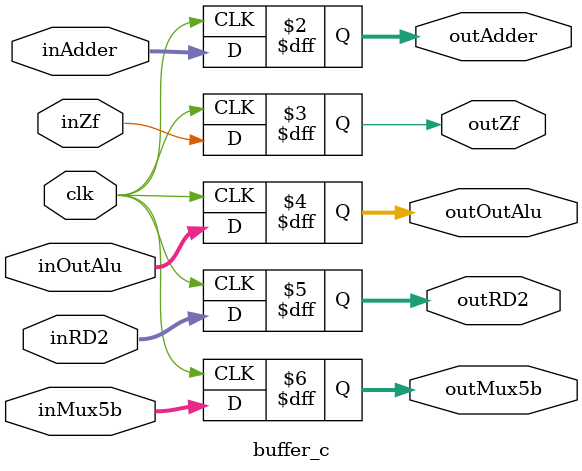
<source format=v>
module buffer_c (
    input clk,
    input [31:0] inAdder,
    input inZf,
    input [31:0] inOutAlu, inRD2,
    input [4:0] inMux5b,
    output reg [31:0] outAdder,
    output reg outZf,
    output reg [31:0] outOutAlu, outRD2,
    output reg [4:0] outMux5b

);

    always @ (posedge clk) begin
        outAdder = inAdder;
        outZf = inZf;
        outOutAlu = inOutAlu;
        outRD2 = inRD2;
        outMux5b = inMux5b;
    end

endmodule // buffer_c

</source>
